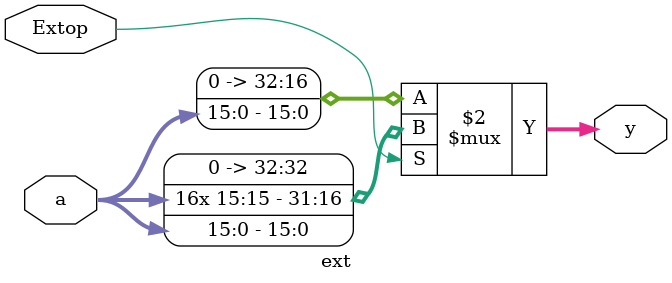
<source format=v>




module ext#(parameter ORIGIN = 16,parameter WIDTH = 32)(input Extop,input [ORIGIN-1:0]a,output [WIDTH:0]y);


assign y = (Extop == 0) ? { {WIDTH-ORIGIN{1'b0}},a} : { { WIDTH-ORIGIN{a[ORIGIN-1]}},a};

endmodule

</source>
